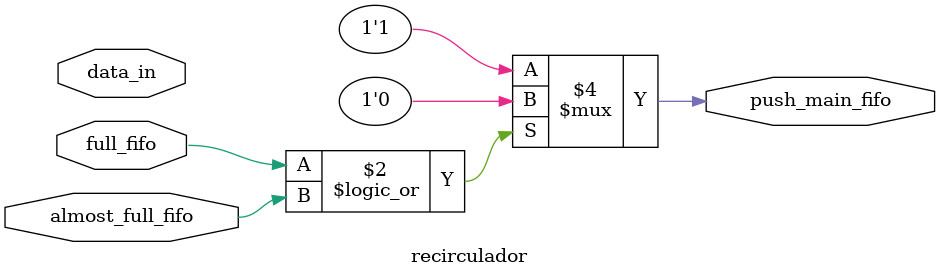
<source format=v>
module recirculador(input [5:0] data_in,
                    input full_fifo,
                    input almost_full_fifo,
                    output push_main_fifo);


always @(*) begin
    if (full_fifo || almost_full_fifo) push_main_fifo = 0;
    else push_main_fifo = 1;
end

endmodule

</source>
